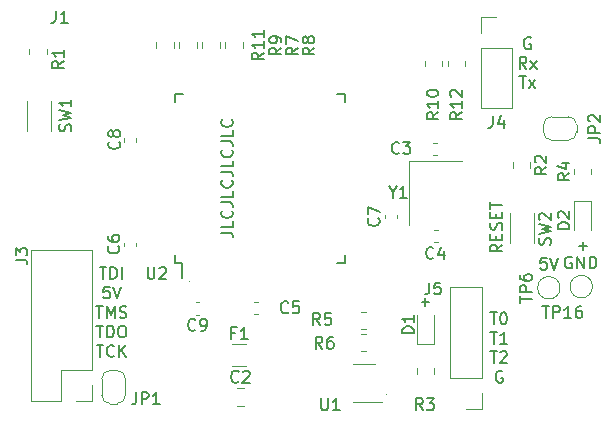
<source format=gbr>
%TF.GenerationSoftware,KiCad,Pcbnew,(5.1.10-1-10_14)*%
%TF.CreationDate,2021-07-23T11:32:30+02:00*%
%TF.ProjectId,WiredSEK,57697265-6453-4454-9b2e-6b696361645f,rev?*%
%TF.SameCoordinates,Original*%
%TF.FileFunction,Legend,Top*%
%TF.FilePolarity,Positive*%
%FSLAX46Y46*%
G04 Gerber Fmt 4.6, Leading zero omitted, Abs format (unit mm)*
G04 Created by KiCad (PCBNEW (5.1.10-1-10_14)) date 2021-07-23 11:32:30*
%MOMM*%
%LPD*%
G01*
G04 APERTURE LIST*
%ADD10C,0.150000*%
%ADD11C,0.120000*%
G04 APERTURE END LIST*
D10*
X102645238Y-69007142D02*
X103254761Y-69007142D01*
X102950000Y-69311904D02*
X102950000Y-68702380D01*
X115995238Y-64257142D02*
X116604761Y-64257142D01*
X116300000Y-64561904D02*
X116300000Y-63952380D01*
D11*
X101400000Y-58300000D02*
G75*
G03*
X101400000Y-58300000I-50000J0D01*
G01*
X83000000Y-67250000D02*
G75*
G03*
X83000000Y-67250000I-50000J0D01*
G01*
X99650000Y-76850000D02*
G75*
G03*
X99650000Y-76850000I-50000J0D01*
G01*
D10*
X85652380Y-63119047D02*
X86366666Y-63119047D01*
X86509523Y-63166666D01*
X86604761Y-63261904D01*
X86652380Y-63404761D01*
X86652380Y-63500000D01*
X86652380Y-62166666D02*
X86652380Y-62642857D01*
X85652380Y-62642857D01*
X86557142Y-61261904D02*
X86604761Y-61309523D01*
X86652380Y-61452380D01*
X86652380Y-61547619D01*
X86604761Y-61690476D01*
X86509523Y-61785714D01*
X86414285Y-61833333D01*
X86223809Y-61880952D01*
X86080952Y-61880952D01*
X85890476Y-61833333D01*
X85795238Y-61785714D01*
X85700000Y-61690476D01*
X85652380Y-61547619D01*
X85652380Y-61452380D01*
X85700000Y-61309523D01*
X85747619Y-61261904D01*
X85652380Y-60547619D02*
X86366666Y-60547619D01*
X86509523Y-60595238D01*
X86604761Y-60690476D01*
X86652380Y-60833333D01*
X86652380Y-60928571D01*
X86652380Y-59595238D02*
X86652380Y-60071428D01*
X85652380Y-60071428D01*
X86557142Y-58690476D02*
X86604761Y-58738095D01*
X86652380Y-58880952D01*
X86652380Y-58976190D01*
X86604761Y-59119047D01*
X86509523Y-59214285D01*
X86414285Y-59261904D01*
X86223809Y-59309523D01*
X86080952Y-59309523D01*
X85890476Y-59261904D01*
X85795238Y-59214285D01*
X85700000Y-59119047D01*
X85652380Y-58976190D01*
X85652380Y-58880952D01*
X85700000Y-58738095D01*
X85747619Y-58690476D01*
X85652380Y-57976190D02*
X86366666Y-57976190D01*
X86509523Y-58023809D01*
X86604761Y-58119047D01*
X86652380Y-58261904D01*
X86652380Y-58357142D01*
X86652380Y-57023809D02*
X86652380Y-57500000D01*
X85652380Y-57500000D01*
X86557142Y-56119047D02*
X86604761Y-56166666D01*
X86652380Y-56309523D01*
X86652380Y-56404761D01*
X86604761Y-56547619D01*
X86509523Y-56642857D01*
X86414285Y-56690476D01*
X86223809Y-56738095D01*
X86080952Y-56738095D01*
X85890476Y-56690476D01*
X85795238Y-56642857D01*
X85700000Y-56547619D01*
X85652380Y-56404761D01*
X85652380Y-56309523D01*
X85700000Y-56166666D01*
X85747619Y-56119047D01*
X85652380Y-55404761D02*
X86366666Y-55404761D01*
X86509523Y-55452380D01*
X86604761Y-55547619D01*
X86652380Y-55690476D01*
X86652380Y-55785714D01*
X86652380Y-54452380D02*
X86652380Y-54928571D01*
X85652380Y-54928571D01*
X86557142Y-53547619D02*
X86604761Y-53595238D01*
X86652380Y-53738095D01*
X86652380Y-53833333D01*
X86604761Y-53976190D01*
X86509523Y-54071428D01*
X86414285Y-54119047D01*
X86223809Y-54166666D01*
X86080952Y-54166666D01*
X85890476Y-54119047D01*
X85795238Y-54071428D01*
X85700000Y-53976190D01*
X85652380Y-53833333D01*
X85652380Y-53738095D01*
X85700000Y-53595238D01*
X85747619Y-53547619D01*
X115338095Y-65200000D02*
X115242857Y-65152380D01*
X115100000Y-65152380D01*
X114957142Y-65200000D01*
X114861904Y-65295238D01*
X114814285Y-65390476D01*
X114766666Y-65580952D01*
X114766666Y-65723809D01*
X114814285Y-65914285D01*
X114861904Y-66009523D01*
X114957142Y-66104761D01*
X115100000Y-66152380D01*
X115195238Y-66152380D01*
X115338095Y-66104761D01*
X115385714Y-66057142D01*
X115385714Y-65723809D01*
X115195238Y-65723809D01*
X115814285Y-66152380D02*
X115814285Y-65152380D01*
X116385714Y-66152380D01*
X116385714Y-65152380D01*
X116861904Y-66152380D02*
X116861904Y-65152380D01*
X117100000Y-65152380D01*
X117242857Y-65200000D01*
X117338095Y-65295238D01*
X117385714Y-65390476D01*
X117433333Y-65580952D01*
X117433333Y-65723809D01*
X117385714Y-65914285D01*
X117338095Y-66009523D01*
X117242857Y-66104761D01*
X117100000Y-66152380D01*
X116861904Y-66152380D01*
X113209523Y-65252380D02*
X112733333Y-65252380D01*
X112685714Y-65728571D01*
X112733333Y-65680952D01*
X112828571Y-65633333D01*
X113066666Y-65633333D01*
X113161904Y-65680952D01*
X113209523Y-65728571D01*
X113257142Y-65823809D01*
X113257142Y-66061904D01*
X113209523Y-66157142D01*
X113161904Y-66204761D01*
X113066666Y-66252380D01*
X112828571Y-66252380D01*
X112733333Y-66204761D01*
X112685714Y-66157142D01*
X113542857Y-65252380D02*
X113876190Y-66252380D01*
X114209523Y-65252380D01*
X75376190Y-66052380D02*
X75947619Y-66052380D01*
X75661904Y-67052380D02*
X75661904Y-66052380D01*
X76280952Y-67052380D02*
X76280952Y-66052380D01*
X76519047Y-66052380D01*
X76661904Y-66100000D01*
X76757142Y-66195238D01*
X76804761Y-66290476D01*
X76852380Y-66480952D01*
X76852380Y-66623809D01*
X76804761Y-66814285D01*
X76757142Y-66909523D01*
X76661904Y-67004761D01*
X76519047Y-67052380D01*
X76280952Y-67052380D01*
X77280952Y-67052380D02*
X77280952Y-66052380D01*
X76209523Y-67702380D02*
X75733333Y-67702380D01*
X75685714Y-68178571D01*
X75733333Y-68130952D01*
X75828571Y-68083333D01*
X76066666Y-68083333D01*
X76161904Y-68130952D01*
X76209523Y-68178571D01*
X76257142Y-68273809D01*
X76257142Y-68511904D01*
X76209523Y-68607142D01*
X76161904Y-68654761D01*
X76066666Y-68702380D01*
X75828571Y-68702380D01*
X75733333Y-68654761D01*
X75685714Y-68607142D01*
X76542857Y-67702380D02*
X76876190Y-68702380D01*
X77209523Y-67702380D01*
X75066666Y-69352380D02*
X75638095Y-69352380D01*
X75352380Y-70352380D02*
X75352380Y-69352380D01*
X75971428Y-70352380D02*
X75971428Y-69352380D01*
X76304761Y-70066666D01*
X76638095Y-69352380D01*
X76638095Y-70352380D01*
X77066666Y-70304761D02*
X77209523Y-70352380D01*
X77447619Y-70352380D01*
X77542857Y-70304761D01*
X77590476Y-70257142D01*
X77638095Y-70161904D01*
X77638095Y-70066666D01*
X77590476Y-69971428D01*
X77542857Y-69923809D01*
X77447619Y-69876190D01*
X77257142Y-69828571D01*
X77161904Y-69780952D01*
X77114285Y-69733333D01*
X77066666Y-69638095D01*
X77066666Y-69542857D01*
X77114285Y-69447619D01*
X77161904Y-69400000D01*
X77257142Y-69352380D01*
X77495238Y-69352380D01*
X77638095Y-69400000D01*
X75090476Y-71002380D02*
X75661904Y-71002380D01*
X75376190Y-72002380D02*
X75376190Y-71002380D01*
X75995238Y-72002380D02*
X75995238Y-71002380D01*
X76233333Y-71002380D01*
X76376190Y-71050000D01*
X76471428Y-71145238D01*
X76519047Y-71240476D01*
X76566666Y-71430952D01*
X76566666Y-71573809D01*
X76519047Y-71764285D01*
X76471428Y-71859523D01*
X76376190Y-71954761D01*
X76233333Y-72002380D01*
X75995238Y-72002380D01*
X77185714Y-71002380D02*
X77376190Y-71002380D01*
X77471428Y-71050000D01*
X77566666Y-71145238D01*
X77614285Y-71335714D01*
X77614285Y-71669047D01*
X77566666Y-71859523D01*
X77471428Y-71954761D01*
X77376190Y-72002380D01*
X77185714Y-72002380D01*
X77090476Y-71954761D01*
X76995238Y-71859523D01*
X76947619Y-71669047D01*
X76947619Y-71335714D01*
X76995238Y-71145238D01*
X77090476Y-71050000D01*
X77185714Y-71002380D01*
X75114285Y-72652380D02*
X75685714Y-72652380D01*
X75400000Y-73652380D02*
X75400000Y-72652380D01*
X76590476Y-73557142D02*
X76542857Y-73604761D01*
X76400000Y-73652380D01*
X76304761Y-73652380D01*
X76161904Y-73604761D01*
X76066666Y-73509523D01*
X76019047Y-73414285D01*
X75971428Y-73223809D01*
X75971428Y-73080952D01*
X76019047Y-72890476D01*
X76066666Y-72795238D01*
X76161904Y-72700000D01*
X76304761Y-72652380D01*
X76400000Y-72652380D01*
X76542857Y-72700000D01*
X76590476Y-72747619D01*
X77019047Y-73652380D02*
X77019047Y-72652380D01*
X77590476Y-73652380D02*
X77161904Y-73080952D01*
X77590476Y-72652380D02*
X77019047Y-73223809D01*
X108438095Y-69877380D02*
X109009523Y-69877380D01*
X108723809Y-70877380D02*
X108723809Y-69877380D01*
X109533333Y-69877380D02*
X109628571Y-69877380D01*
X109723809Y-69925000D01*
X109771428Y-69972619D01*
X109819047Y-70067857D01*
X109866666Y-70258333D01*
X109866666Y-70496428D01*
X109819047Y-70686904D01*
X109771428Y-70782142D01*
X109723809Y-70829761D01*
X109628571Y-70877380D01*
X109533333Y-70877380D01*
X109438095Y-70829761D01*
X109390476Y-70782142D01*
X109342857Y-70686904D01*
X109295238Y-70496428D01*
X109295238Y-70258333D01*
X109342857Y-70067857D01*
X109390476Y-69972619D01*
X109438095Y-69925000D01*
X109533333Y-69877380D01*
X108438095Y-71527380D02*
X109009523Y-71527380D01*
X108723809Y-72527380D02*
X108723809Y-71527380D01*
X109866666Y-72527380D02*
X109295238Y-72527380D01*
X109580952Y-72527380D02*
X109580952Y-71527380D01*
X109485714Y-71670238D01*
X109390476Y-71765476D01*
X109295238Y-71813095D01*
X108438095Y-73177380D02*
X109009523Y-73177380D01*
X108723809Y-74177380D02*
X108723809Y-73177380D01*
X109295238Y-73272619D02*
X109342857Y-73225000D01*
X109438095Y-73177380D01*
X109676190Y-73177380D01*
X109771428Y-73225000D01*
X109819047Y-73272619D01*
X109866666Y-73367857D01*
X109866666Y-73463095D01*
X109819047Y-73605952D01*
X109247619Y-74177380D01*
X109866666Y-74177380D01*
X109461904Y-74875000D02*
X109366666Y-74827380D01*
X109223809Y-74827380D01*
X109080952Y-74875000D01*
X108985714Y-74970238D01*
X108938095Y-75065476D01*
X108890476Y-75255952D01*
X108890476Y-75398809D01*
X108938095Y-75589285D01*
X108985714Y-75684523D01*
X109080952Y-75779761D01*
X109223809Y-75827380D01*
X109319047Y-75827380D01*
X109461904Y-75779761D01*
X109509523Y-75732142D01*
X109509523Y-75398809D01*
X109319047Y-75398809D01*
X111861904Y-46650000D02*
X111766666Y-46602380D01*
X111623809Y-46602380D01*
X111480952Y-46650000D01*
X111385714Y-46745238D01*
X111338095Y-46840476D01*
X111290476Y-47030952D01*
X111290476Y-47173809D01*
X111338095Y-47364285D01*
X111385714Y-47459523D01*
X111480952Y-47554761D01*
X111623809Y-47602380D01*
X111719047Y-47602380D01*
X111861904Y-47554761D01*
X111909523Y-47507142D01*
X111909523Y-47173809D01*
X111719047Y-47173809D01*
X111504761Y-49252380D02*
X111171428Y-48776190D01*
X110933333Y-49252380D02*
X110933333Y-48252380D01*
X111314285Y-48252380D01*
X111409523Y-48300000D01*
X111457142Y-48347619D01*
X111504761Y-48442857D01*
X111504761Y-48585714D01*
X111457142Y-48680952D01*
X111409523Y-48728571D01*
X111314285Y-48776190D01*
X110933333Y-48776190D01*
X111838095Y-49252380D02*
X112361904Y-48585714D01*
X111838095Y-48585714D02*
X112361904Y-49252380D01*
X110909523Y-49902380D02*
X111480952Y-49902380D01*
X111195238Y-50902380D02*
X111195238Y-49902380D01*
X111719047Y-50902380D02*
X112242857Y-50235714D01*
X111719047Y-50235714D02*
X112242857Y-50902380D01*
X109452380Y-64152380D02*
X108976190Y-64485714D01*
X109452380Y-64723809D02*
X108452380Y-64723809D01*
X108452380Y-64342857D01*
X108500000Y-64247619D01*
X108547619Y-64200000D01*
X108642857Y-64152380D01*
X108785714Y-64152380D01*
X108880952Y-64200000D01*
X108928571Y-64247619D01*
X108976190Y-64342857D01*
X108976190Y-64723809D01*
X108928571Y-63723809D02*
X108928571Y-63390476D01*
X109452380Y-63247619D02*
X109452380Y-63723809D01*
X108452380Y-63723809D01*
X108452380Y-63247619D01*
X109404761Y-62866666D02*
X109452380Y-62723809D01*
X109452380Y-62485714D01*
X109404761Y-62390476D01*
X109357142Y-62342857D01*
X109261904Y-62295238D01*
X109166666Y-62295238D01*
X109071428Y-62342857D01*
X109023809Y-62390476D01*
X108976190Y-62485714D01*
X108928571Y-62676190D01*
X108880952Y-62771428D01*
X108833333Y-62819047D01*
X108738095Y-62866666D01*
X108642857Y-62866666D01*
X108547619Y-62819047D01*
X108500000Y-62771428D01*
X108452380Y-62676190D01*
X108452380Y-62438095D01*
X108500000Y-62295238D01*
X108928571Y-61866666D02*
X108928571Y-61533333D01*
X109452380Y-61390476D02*
X109452380Y-61866666D01*
X108452380Y-61866666D01*
X108452380Y-61390476D01*
X108452380Y-61104761D02*
X108452380Y-60533333D01*
X109452380Y-60819047D02*
X108452380Y-60819047D01*
D11*
%TO.C,SW2*%
X110084000Y-61480000D02*
X110084000Y-64020000D01*
X112116000Y-61480000D02*
X112116000Y-64020000D01*
%TO.C,SW1*%
X69184000Y-51980000D02*
X69184000Y-54520000D01*
X71216000Y-51980000D02*
X71216000Y-54520000D01*
%TO.C,C5*%
X88453733Y-68990000D02*
X88746267Y-68990000D01*
X88453733Y-70010000D02*
X88746267Y-70010000D01*
%TO.C,D1*%
X103685000Y-72560000D02*
X103685000Y-70100000D01*
X102215000Y-72560000D02*
X103685000Y-72560000D01*
X102215000Y-70100000D02*
X102215000Y-72560000D01*
D10*
%TO.C,U2*%
X81755000Y-65725000D02*
X82330000Y-65725000D01*
X81755000Y-51375000D02*
X82430000Y-51375000D01*
X96105000Y-51375000D02*
X95430000Y-51375000D01*
X96105000Y-65725000D02*
X95430000Y-65725000D01*
X81755000Y-65725000D02*
X81755000Y-65050000D01*
X96105000Y-65725000D02*
X96105000Y-65050000D01*
X96105000Y-51375000D02*
X96105000Y-52050000D01*
X81755000Y-51375000D02*
X81755000Y-52050000D01*
X82330000Y-65725000D02*
X82330000Y-67000000D01*
D11*
%TO.C,R7*%
X85535000Y-47022936D02*
X85535000Y-47477064D01*
X84065000Y-47022936D02*
X84065000Y-47477064D01*
%TO.C,R11*%
X81635000Y-47022936D02*
X81635000Y-47477064D01*
X80165000Y-47022936D02*
X80165000Y-47477064D01*
%TO.C,J4*%
X107620000Y-52610000D02*
X110280000Y-52610000D01*
X107620000Y-47470000D02*
X107620000Y-52610000D01*
X110280000Y-47470000D02*
X110280000Y-52610000D01*
X107620000Y-47470000D02*
X110280000Y-47470000D01*
X107620000Y-46200000D02*
X107620000Y-44870000D01*
X107620000Y-44870000D02*
X108950000Y-44870000D01*
%TO.C,R12*%
X106335000Y-48572936D02*
X106335000Y-49027064D01*
X104865000Y-48572936D02*
X104865000Y-49027064D01*
%TO.C,R10*%
X104385000Y-48572936D02*
X104385000Y-49027064D01*
X102915000Y-48572936D02*
X102915000Y-49027064D01*
%TO.C,R9*%
X83585000Y-47022936D02*
X83585000Y-47477064D01*
X82115000Y-47022936D02*
X82115000Y-47477064D01*
%TO.C,R8*%
X87485000Y-47022936D02*
X87485000Y-47477064D01*
X86015000Y-47022936D02*
X86015000Y-47477064D01*
%TO.C,JP2*%
X115050000Y-55300000D02*
X113650000Y-55300000D01*
X112950000Y-54600000D02*
X112950000Y-54000000D01*
X113650000Y-53300000D02*
X115050000Y-53300000D01*
X115750000Y-54000000D02*
X115750000Y-54600000D01*
X115750000Y-54600000D02*
G75*
G02*
X115050000Y-55300000I-700000J0D01*
G01*
X115050000Y-53300000D02*
G75*
G02*
X115750000Y-54000000I0J-700000D01*
G01*
X112950000Y-54000000D02*
G75*
G02*
X113650000Y-53300000I700000J0D01*
G01*
X113650000Y-55300000D02*
G75*
G02*
X112950000Y-54600000I0J700000D01*
G01*
%TO.C,D2*%
X115515000Y-60440000D02*
X115515000Y-62900000D01*
X116985000Y-60440000D02*
X115515000Y-60440000D01*
X116985000Y-62900000D02*
X116985000Y-60440000D01*
%TO.C,Y1*%
X106070000Y-57050000D02*
X101570000Y-57050000D01*
X101570000Y-57050000D02*
X101570000Y-62450000D01*
%TO.C,U1*%
X98650000Y-74290000D02*
X96850000Y-74290000D01*
X96850000Y-77510000D02*
X99300000Y-77510000D01*
%TO.C,TP16*%
X117100000Y-67700000D02*
G75*
G03*
X117100000Y-67700000I-950000J0D01*
G01*
%TO.C,TP6*%
X114350000Y-67800000D02*
G75*
G03*
X114350000Y-67800000I-950000J0D01*
G01*
%TO.C,R6*%
X97472936Y-71715000D02*
X97927064Y-71715000D01*
X97472936Y-73185000D02*
X97927064Y-73185000D01*
%TO.C,R5*%
X97472936Y-69815000D02*
X97927064Y-69815000D01*
X97472936Y-71285000D02*
X97927064Y-71285000D01*
%TO.C,R4*%
X115515000Y-58177064D02*
X115515000Y-57722936D01*
X116985000Y-58177064D02*
X116985000Y-57722936D01*
%TO.C,R3*%
X103685000Y-74622936D02*
X103685000Y-75077064D01*
X102215000Y-74622936D02*
X102215000Y-75077064D01*
%TO.C,R2*%
X111835000Y-57172936D02*
X111835000Y-57627064D01*
X110365000Y-57172936D02*
X110365000Y-57627064D01*
%TO.C,R1*%
X70885000Y-47572936D02*
X70885000Y-48027064D01*
X69415000Y-47572936D02*
X69415000Y-48027064D01*
%TO.C,JP1*%
X76850000Y-77600000D02*
X76250000Y-77600000D01*
X77550000Y-75500000D02*
X77550000Y-76900000D01*
X76250000Y-74800000D02*
X76850000Y-74800000D01*
X75550000Y-76900000D02*
X75550000Y-75500000D01*
X76250000Y-77600000D02*
G75*
G02*
X75550000Y-76900000I0J700000D01*
G01*
X77550000Y-76900000D02*
G75*
G02*
X76850000Y-77600000I-700000J0D01*
G01*
X76850000Y-74800000D02*
G75*
G02*
X77550000Y-75500000I0J-700000D01*
G01*
X75550000Y-75500000D02*
G75*
G02*
X76250000Y-74800000I700000J0D01*
G01*
%TO.C,J5*%
X107730000Y-67750000D02*
X105070000Y-67750000D01*
X107730000Y-75430000D02*
X107730000Y-67750000D01*
X105070000Y-75430000D02*
X105070000Y-67750000D01*
X107730000Y-75430000D02*
X105070000Y-75430000D01*
X107730000Y-76700000D02*
X107730000Y-78030000D01*
X107730000Y-78030000D02*
X106400000Y-78030000D01*
%TO.C,J3*%
X74730000Y-64560000D02*
X69530000Y-64560000D01*
X74730000Y-74780000D02*
X74730000Y-64560000D01*
X69530000Y-77380000D02*
X69530000Y-64560000D01*
X74730000Y-74780000D02*
X72130000Y-74780000D01*
X72130000Y-74780000D02*
X72130000Y-77380000D01*
X72130000Y-77380000D02*
X69530000Y-77380000D01*
X74730000Y-76050000D02*
X74730000Y-77380000D01*
X74730000Y-77380000D02*
X73400000Y-77380000D01*
%TO.C,F1*%
X86597936Y-72590000D02*
X87802064Y-72590000D01*
X86597936Y-74410000D02*
X87802064Y-74410000D01*
%TO.C,C9*%
X83796267Y-70060000D02*
X83503733Y-70060000D01*
X83796267Y-69040000D02*
X83503733Y-69040000D01*
%TO.C,C8*%
X77440000Y-55141233D02*
X77440000Y-55433767D01*
X78460000Y-55141233D02*
X78460000Y-55433767D01*
%TO.C,C7*%
X99540000Y-61896267D02*
X99540000Y-61603733D01*
X100560000Y-61896267D02*
X100560000Y-61603733D01*
%TO.C,C6*%
X77440000Y-64296267D02*
X77440000Y-64003733D01*
X78460000Y-64296267D02*
X78460000Y-64003733D01*
%TO.C,C4*%
X103996267Y-62940000D02*
X103703733Y-62940000D01*
X103996267Y-63960000D02*
X103703733Y-63960000D01*
%TO.C,C3*%
X103603733Y-55540000D02*
X103896267Y-55540000D01*
X103603733Y-56560000D02*
X103896267Y-56560000D01*
%TO.C,C2*%
X87038748Y-76315000D02*
X87561252Y-76315000D01*
X87038748Y-77785000D02*
X87561252Y-77785000D01*
%TO.C,SW2*%
D10*
X113504761Y-64133333D02*
X113552380Y-63990476D01*
X113552380Y-63752380D01*
X113504761Y-63657142D01*
X113457142Y-63609523D01*
X113361904Y-63561904D01*
X113266666Y-63561904D01*
X113171428Y-63609523D01*
X113123809Y-63657142D01*
X113076190Y-63752380D01*
X113028571Y-63942857D01*
X112980952Y-64038095D01*
X112933333Y-64085714D01*
X112838095Y-64133333D01*
X112742857Y-64133333D01*
X112647619Y-64085714D01*
X112600000Y-64038095D01*
X112552380Y-63942857D01*
X112552380Y-63704761D01*
X112600000Y-63561904D01*
X112552380Y-63228571D02*
X113552380Y-62990476D01*
X112838095Y-62800000D01*
X113552380Y-62609523D01*
X112552380Y-62371428D01*
X112647619Y-62038095D02*
X112600000Y-61990476D01*
X112552380Y-61895238D01*
X112552380Y-61657142D01*
X112600000Y-61561904D01*
X112647619Y-61514285D01*
X112742857Y-61466666D01*
X112838095Y-61466666D01*
X112980952Y-61514285D01*
X113552380Y-62085714D01*
X113552380Y-61466666D01*
%TO.C,SW1*%
X72904761Y-54533333D02*
X72952380Y-54390476D01*
X72952380Y-54152380D01*
X72904761Y-54057142D01*
X72857142Y-54009523D01*
X72761904Y-53961904D01*
X72666666Y-53961904D01*
X72571428Y-54009523D01*
X72523809Y-54057142D01*
X72476190Y-54152380D01*
X72428571Y-54342857D01*
X72380952Y-54438095D01*
X72333333Y-54485714D01*
X72238095Y-54533333D01*
X72142857Y-54533333D01*
X72047619Y-54485714D01*
X72000000Y-54438095D01*
X71952380Y-54342857D01*
X71952380Y-54104761D01*
X72000000Y-53961904D01*
X71952380Y-53628571D02*
X72952380Y-53390476D01*
X72238095Y-53200000D01*
X72952380Y-53009523D01*
X71952380Y-52771428D01*
X72952380Y-51866666D02*
X72952380Y-52438095D01*
X72952380Y-52152380D02*
X71952380Y-52152380D01*
X72095238Y-52247619D01*
X72190476Y-52342857D01*
X72238095Y-52438095D01*
%TO.C,C5*%
X91333333Y-69857142D02*
X91285714Y-69904761D01*
X91142857Y-69952380D01*
X91047619Y-69952380D01*
X90904761Y-69904761D01*
X90809523Y-69809523D01*
X90761904Y-69714285D01*
X90714285Y-69523809D01*
X90714285Y-69380952D01*
X90761904Y-69190476D01*
X90809523Y-69095238D01*
X90904761Y-69000000D01*
X91047619Y-68952380D01*
X91142857Y-68952380D01*
X91285714Y-69000000D01*
X91333333Y-69047619D01*
X92238095Y-68952380D02*
X91761904Y-68952380D01*
X91714285Y-69428571D01*
X91761904Y-69380952D01*
X91857142Y-69333333D01*
X92095238Y-69333333D01*
X92190476Y-69380952D01*
X92238095Y-69428571D01*
X92285714Y-69523809D01*
X92285714Y-69761904D01*
X92238095Y-69857142D01*
X92190476Y-69904761D01*
X92095238Y-69952380D01*
X91857142Y-69952380D01*
X91761904Y-69904761D01*
X91714285Y-69857142D01*
%TO.C,D1*%
X101972380Y-71638095D02*
X100972380Y-71638095D01*
X100972380Y-71400000D01*
X101020000Y-71257142D01*
X101115238Y-71161904D01*
X101210476Y-71114285D01*
X101400952Y-71066666D01*
X101543809Y-71066666D01*
X101734285Y-71114285D01*
X101829523Y-71161904D01*
X101924761Y-71257142D01*
X101972380Y-71400000D01*
X101972380Y-71638095D01*
X101972380Y-70114285D02*
X101972380Y-70685714D01*
X101972380Y-70400000D02*
X100972380Y-70400000D01*
X101115238Y-70495238D01*
X101210476Y-70590476D01*
X101258095Y-70685714D01*
%TO.C,U2*%
X79438095Y-66052380D02*
X79438095Y-66861904D01*
X79485714Y-66957142D01*
X79533333Y-67004761D01*
X79628571Y-67052380D01*
X79819047Y-67052380D01*
X79914285Y-67004761D01*
X79961904Y-66957142D01*
X80009523Y-66861904D01*
X80009523Y-66052380D01*
X80438095Y-66147619D02*
X80485714Y-66100000D01*
X80580952Y-66052380D01*
X80819047Y-66052380D01*
X80914285Y-66100000D01*
X80961904Y-66147619D01*
X81009523Y-66242857D01*
X81009523Y-66338095D01*
X80961904Y-66480952D01*
X80390476Y-67052380D01*
X81009523Y-67052380D01*
%TO.C,R7*%
X92152380Y-47466666D02*
X91676190Y-47800000D01*
X92152380Y-48038095D02*
X91152380Y-48038095D01*
X91152380Y-47657142D01*
X91200000Y-47561904D01*
X91247619Y-47514285D01*
X91342857Y-47466666D01*
X91485714Y-47466666D01*
X91580952Y-47514285D01*
X91628571Y-47561904D01*
X91676190Y-47657142D01*
X91676190Y-48038095D01*
X91152380Y-47133333D02*
X91152380Y-46466666D01*
X92152380Y-46895238D01*
%TO.C,R11*%
X89252380Y-47892857D02*
X88776190Y-48226190D01*
X89252380Y-48464285D02*
X88252380Y-48464285D01*
X88252380Y-48083333D01*
X88300000Y-47988095D01*
X88347619Y-47940476D01*
X88442857Y-47892857D01*
X88585714Y-47892857D01*
X88680952Y-47940476D01*
X88728571Y-47988095D01*
X88776190Y-48083333D01*
X88776190Y-48464285D01*
X89252380Y-46940476D02*
X89252380Y-47511904D01*
X89252380Y-47226190D02*
X88252380Y-47226190D01*
X88395238Y-47321428D01*
X88490476Y-47416666D01*
X88538095Y-47511904D01*
X89252380Y-45988095D02*
X89252380Y-46559523D01*
X89252380Y-46273809D02*
X88252380Y-46273809D01*
X88395238Y-46369047D01*
X88490476Y-46464285D01*
X88538095Y-46559523D01*
%TO.C,J1*%
X71666666Y-44352380D02*
X71666666Y-45066666D01*
X71619047Y-45209523D01*
X71523809Y-45304761D01*
X71380952Y-45352380D01*
X71285714Y-45352380D01*
X72666666Y-45352380D02*
X72095238Y-45352380D01*
X72380952Y-45352380D02*
X72380952Y-44352380D01*
X72285714Y-44495238D01*
X72190476Y-44590476D01*
X72095238Y-44638095D01*
%TO.C,J4*%
X108666666Y-53252380D02*
X108666666Y-53966666D01*
X108619047Y-54109523D01*
X108523809Y-54204761D01*
X108380952Y-54252380D01*
X108285714Y-54252380D01*
X109571428Y-53585714D02*
X109571428Y-54252380D01*
X109333333Y-53204761D02*
X109095238Y-53919047D01*
X109714285Y-53919047D01*
%TO.C,R12*%
X106052380Y-52942857D02*
X105576190Y-53276190D01*
X106052380Y-53514285D02*
X105052380Y-53514285D01*
X105052380Y-53133333D01*
X105100000Y-53038095D01*
X105147619Y-52990476D01*
X105242857Y-52942857D01*
X105385714Y-52942857D01*
X105480952Y-52990476D01*
X105528571Y-53038095D01*
X105576190Y-53133333D01*
X105576190Y-53514285D01*
X106052380Y-51990476D02*
X106052380Y-52561904D01*
X106052380Y-52276190D02*
X105052380Y-52276190D01*
X105195238Y-52371428D01*
X105290476Y-52466666D01*
X105338095Y-52561904D01*
X105147619Y-51609523D02*
X105100000Y-51561904D01*
X105052380Y-51466666D01*
X105052380Y-51228571D01*
X105100000Y-51133333D01*
X105147619Y-51085714D01*
X105242857Y-51038095D01*
X105338095Y-51038095D01*
X105480952Y-51085714D01*
X106052380Y-51657142D01*
X106052380Y-51038095D01*
%TO.C,R10*%
X104052380Y-52942857D02*
X103576190Y-53276190D01*
X104052380Y-53514285D02*
X103052380Y-53514285D01*
X103052380Y-53133333D01*
X103100000Y-53038095D01*
X103147619Y-52990476D01*
X103242857Y-52942857D01*
X103385714Y-52942857D01*
X103480952Y-52990476D01*
X103528571Y-53038095D01*
X103576190Y-53133333D01*
X103576190Y-53514285D01*
X104052380Y-51990476D02*
X104052380Y-52561904D01*
X104052380Y-52276190D02*
X103052380Y-52276190D01*
X103195238Y-52371428D01*
X103290476Y-52466666D01*
X103338095Y-52561904D01*
X103052380Y-51371428D02*
X103052380Y-51276190D01*
X103100000Y-51180952D01*
X103147619Y-51133333D01*
X103242857Y-51085714D01*
X103433333Y-51038095D01*
X103671428Y-51038095D01*
X103861904Y-51085714D01*
X103957142Y-51133333D01*
X104004761Y-51180952D01*
X104052380Y-51276190D01*
X104052380Y-51371428D01*
X104004761Y-51466666D01*
X103957142Y-51514285D01*
X103861904Y-51561904D01*
X103671428Y-51609523D01*
X103433333Y-51609523D01*
X103242857Y-51561904D01*
X103147619Y-51514285D01*
X103100000Y-51466666D01*
X103052380Y-51371428D01*
%TO.C,R9*%
X90752380Y-47466666D02*
X90276190Y-47800000D01*
X90752380Y-48038095D02*
X89752380Y-48038095D01*
X89752380Y-47657142D01*
X89800000Y-47561904D01*
X89847619Y-47514285D01*
X89942857Y-47466666D01*
X90085714Y-47466666D01*
X90180952Y-47514285D01*
X90228571Y-47561904D01*
X90276190Y-47657142D01*
X90276190Y-48038095D01*
X90752380Y-46990476D02*
X90752380Y-46800000D01*
X90704761Y-46704761D01*
X90657142Y-46657142D01*
X90514285Y-46561904D01*
X90323809Y-46514285D01*
X89942857Y-46514285D01*
X89847619Y-46561904D01*
X89800000Y-46609523D01*
X89752380Y-46704761D01*
X89752380Y-46895238D01*
X89800000Y-46990476D01*
X89847619Y-47038095D01*
X89942857Y-47085714D01*
X90180952Y-47085714D01*
X90276190Y-47038095D01*
X90323809Y-46990476D01*
X90371428Y-46895238D01*
X90371428Y-46704761D01*
X90323809Y-46609523D01*
X90276190Y-46561904D01*
X90180952Y-46514285D01*
%TO.C,R8*%
X93552380Y-47466666D02*
X93076190Y-47800000D01*
X93552380Y-48038095D02*
X92552380Y-48038095D01*
X92552380Y-47657142D01*
X92600000Y-47561904D01*
X92647619Y-47514285D01*
X92742857Y-47466666D01*
X92885714Y-47466666D01*
X92980952Y-47514285D01*
X93028571Y-47561904D01*
X93076190Y-47657142D01*
X93076190Y-48038095D01*
X92980952Y-46895238D02*
X92933333Y-46990476D01*
X92885714Y-47038095D01*
X92790476Y-47085714D01*
X92742857Y-47085714D01*
X92647619Y-47038095D01*
X92600000Y-46990476D01*
X92552380Y-46895238D01*
X92552380Y-46704761D01*
X92600000Y-46609523D01*
X92647619Y-46561904D01*
X92742857Y-46514285D01*
X92790476Y-46514285D01*
X92885714Y-46561904D01*
X92933333Y-46609523D01*
X92980952Y-46704761D01*
X92980952Y-46895238D01*
X93028571Y-46990476D01*
X93076190Y-47038095D01*
X93171428Y-47085714D01*
X93361904Y-47085714D01*
X93457142Y-47038095D01*
X93504761Y-46990476D01*
X93552380Y-46895238D01*
X93552380Y-46704761D01*
X93504761Y-46609523D01*
X93457142Y-46561904D01*
X93361904Y-46514285D01*
X93171428Y-46514285D01*
X93076190Y-46561904D01*
X93028571Y-46609523D01*
X92980952Y-46704761D01*
%TO.C,JP2*%
X116752380Y-55133333D02*
X117466666Y-55133333D01*
X117609523Y-55180952D01*
X117704761Y-55276190D01*
X117752380Y-55419047D01*
X117752380Y-55514285D01*
X117752380Y-54657142D02*
X116752380Y-54657142D01*
X116752380Y-54276190D01*
X116800000Y-54180952D01*
X116847619Y-54133333D01*
X116942857Y-54085714D01*
X117085714Y-54085714D01*
X117180952Y-54133333D01*
X117228571Y-54180952D01*
X117276190Y-54276190D01*
X117276190Y-54657142D01*
X116847619Y-53704761D02*
X116800000Y-53657142D01*
X116752380Y-53561904D01*
X116752380Y-53323809D01*
X116800000Y-53228571D01*
X116847619Y-53180952D01*
X116942857Y-53133333D01*
X117038095Y-53133333D01*
X117180952Y-53180952D01*
X117752380Y-53752380D01*
X117752380Y-53133333D01*
%TO.C,D2*%
X115152380Y-62838095D02*
X114152380Y-62838095D01*
X114152380Y-62600000D01*
X114200000Y-62457142D01*
X114295238Y-62361904D01*
X114390476Y-62314285D01*
X114580952Y-62266666D01*
X114723809Y-62266666D01*
X114914285Y-62314285D01*
X115009523Y-62361904D01*
X115104761Y-62457142D01*
X115152380Y-62600000D01*
X115152380Y-62838095D01*
X114247619Y-61885714D02*
X114200000Y-61838095D01*
X114152380Y-61742857D01*
X114152380Y-61504761D01*
X114200000Y-61409523D01*
X114247619Y-61361904D01*
X114342857Y-61314285D01*
X114438095Y-61314285D01*
X114580952Y-61361904D01*
X115152380Y-61933333D01*
X115152380Y-61314285D01*
%TO.C,Y1*%
X100173809Y-59696190D02*
X100173809Y-60172380D01*
X99840476Y-59172380D02*
X100173809Y-59696190D01*
X100507142Y-59172380D01*
X101364285Y-60172380D02*
X100792857Y-60172380D01*
X101078571Y-60172380D02*
X101078571Y-59172380D01*
X100983333Y-59315238D01*
X100888095Y-59410476D01*
X100792857Y-59458095D01*
%TO.C,U1*%
X94138095Y-77152380D02*
X94138095Y-77961904D01*
X94185714Y-78057142D01*
X94233333Y-78104761D01*
X94328571Y-78152380D01*
X94519047Y-78152380D01*
X94614285Y-78104761D01*
X94661904Y-78057142D01*
X94709523Y-77961904D01*
X94709523Y-77152380D01*
X95709523Y-78152380D02*
X95138095Y-78152380D01*
X95423809Y-78152380D02*
X95423809Y-77152380D01*
X95328571Y-77295238D01*
X95233333Y-77390476D01*
X95138095Y-77438095D01*
%TO.C,TP16*%
X112861904Y-69352380D02*
X113433333Y-69352380D01*
X113147619Y-70352380D02*
X113147619Y-69352380D01*
X113766666Y-70352380D02*
X113766666Y-69352380D01*
X114147619Y-69352380D01*
X114242857Y-69400000D01*
X114290476Y-69447619D01*
X114338095Y-69542857D01*
X114338095Y-69685714D01*
X114290476Y-69780952D01*
X114242857Y-69828571D01*
X114147619Y-69876190D01*
X113766666Y-69876190D01*
X115290476Y-70352380D02*
X114719047Y-70352380D01*
X115004761Y-70352380D02*
X115004761Y-69352380D01*
X114909523Y-69495238D01*
X114814285Y-69590476D01*
X114719047Y-69638095D01*
X116147619Y-69352380D02*
X115957142Y-69352380D01*
X115861904Y-69400000D01*
X115814285Y-69447619D01*
X115719047Y-69590476D01*
X115671428Y-69780952D01*
X115671428Y-70161904D01*
X115719047Y-70257142D01*
X115766666Y-70304761D01*
X115861904Y-70352380D01*
X116052380Y-70352380D01*
X116147619Y-70304761D01*
X116195238Y-70257142D01*
X116242857Y-70161904D01*
X116242857Y-69923809D01*
X116195238Y-69828571D01*
X116147619Y-69780952D01*
X116052380Y-69733333D01*
X115861904Y-69733333D01*
X115766666Y-69780952D01*
X115719047Y-69828571D01*
X115671428Y-69923809D01*
%TO.C,TP6*%
X110952380Y-69061904D02*
X110952380Y-68490476D01*
X111952380Y-68776190D02*
X110952380Y-68776190D01*
X111952380Y-68157142D02*
X110952380Y-68157142D01*
X110952380Y-67776190D01*
X111000000Y-67680952D01*
X111047619Y-67633333D01*
X111142857Y-67585714D01*
X111285714Y-67585714D01*
X111380952Y-67633333D01*
X111428571Y-67680952D01*
X111476190Y-67776190D01*
X111476190Y-68157142D01*
X110952380Y-66728571D02*
X110952380Y-66919047D01*
X111000000Y-67014285D01*
X111047619Y-67061904D01*
X111190476Y-67157142D01*
X111380952Y-67204761D01*
X111761904Y-67204761D01*
X111857142Y-67157142D01*
X111904761Y-67109523D01*
X111952380Y-67014285D01*
X111952380Y-66823809D01*
X111904761Y-66728571D01*
X111857142Y-66680952D01*
X111761904Y-66633333D01*
X111523809Y-66633333D01*
X111428571Y-66680952D01*
X111380952Y-66728571D01*
X111333333Y-66823809D01*
X111333333Y-67014285D01*
X111380952Y-67109523D01*
X111428571Y-67157142D01*
X111523809Y-67204761D01*
%TO.C,R6*%
X94233333Y-72952380D02*
X93900000Y-72476190D01*
X93661904Y-72952380D02*
X93661904Y-71952380D01*
X94042857Y-71952380D01*
X94138095Y-72000000D01*
X94185714Y-72047619D01*
X94233333Y-72142857D01*
X94233333Y-72285714D01*
X94185714Y-72380952D01*
X94138095Y-72428571D01*
X94042857Y-72476190D01*
X93661904Y-72476190D01*
X95090476Y-71952380D02*
X94900000Y-71952380D01*
X94804761Y-72000000D01*
X94757142Y-72047619D01*
X94661904Y-72190476D01*
X94614285Y-72380952D01*
X94614285Y-72761904D01*
X94661904Y-72857142D01*
X94709523Y-72904761D01*
X94804761Y-72952380D01*
X94995238Y-72952380D01*
X95090476Y-72904761D01*
X95138095Y-72857142D01*
X95185714Y-72761904D01*
X95185714Y-72523809D01*
X95138095Y-72428571D01*
X95090476Y-72380952D01*
X94995238Y-72333333D01*
X94804761Y-72333333D01*
X94709523Y-72380952D01*
X94661904Y-72428571D01*
X94614285Y-72523809D01*
%TO.C,R5*%
X94033333Y-70952380D02*
X93700000Y-70476190D01*
X93461904Y-70952380D02*
X93461904Y-69952380D01*
X93842857Y-69952380D01*
X93938095Y-70000000D01*
X93985714Y-70047619D01*
X94033333Y-70142857D01*
X94033333Y-70285714D01*
X93985714Y-70380952D01*
X93938095Y-70428571D01*
X93842857Y-70476190D01*
X93461904Y-70476190D01*
X94938095Y-69952380D02*
X94461904Y-69952380D01*
X94414285Y-70428571D01*
X94461904Y-70380952D01*
X94557142Y-70333333D01*
X94795238Y-70333333D01*
X94890476Y-70380952D01*
X94938095Y-70428571D01*
X94985714Y-70523809D01*
X94985714Y-70761904D01*
X94938095Y-70857142D01*
X94890476Y-70904761D01*
X94795238Y-70952380D01*
X94557142Y-70952380D01*
X94461904Y-70904761D01*
X94414285Y-70857142D01*
%TO.C,R4*%
X115152380Y-58116666D02*
X114676190Y-58450000D01*
X115152380Y-58688095D02*
X114152380Y-58688095D01*
X114152380Y-58307142D01*
X114200000Y-58211904D01*
X114247619Y-58164285D01*
X114342857Y-58116666D01*
X114485714Y-58116666D01*
X114580952Y-58164285D01*
X114628571Y-58211904D01*
X114676190Y-58307142D01*
X114676190Y-58688095D01*
X114485714Y-57259523D02*
X115152380Y-57259523D01*
X114104761Y-57497619D02*
X114819047Y-57735714D01*
X114819047Y-57116666D01*
%TO.C,R3*%
X102733333Y-78152380D02*
X102400000Y-77676190D01*
X102161904Y-78152380D02*
X102161904Y-77152380D01*
X102542857Y-77152380D01*
X102638095Y-77200000D01*
X102685714Y-77247619D01*
X102733333Y-77342857D01*
X102733333Y-77485714D01*
X102685714Y-77580952D01*
X102638095Y-77628571D01*
X102542857Y-77676190D01*
X102161904Y-77676190D01*
X103066666Y-77152380D02*
X103685714Y-77152380D01*
X103352380Y-77533333D01*
X103495238Y-77533333D01*
X103590476Y-77580952D01*
X103638095Y-77628571D01*
X103685714Y-77723809D01*
X103685714Y-77961904D01*
X103638095Y-78057142D01*
X103590476Y-78104761D01*
X103495238Y-78152380D01*
X103209523Y-78152380D01*
X103114285Y-78104761D01*
X103066666Y-78057142D01*
%TO.C,R2*%
X113202380Y-57566666D02*
X112726190Y-57900000D01*
X113202380Y-58138095D02*
X112202380Y-58138095D01*
X112202380Y-57757142D01*
X112250000Y-57661904D01*
X112297619Y-57614285D01*
X112392857Y-57566666D01*
X112535714Y-57566666D01*
X112630952Y-57614285D01*
X112678571Y-57661904D01*
X112726190Y-57757142D01*
X112726190Y-58138095D01*
X112297619Y-57185714D02*
X112250000Y-57138095D01*
X112202380Y-57042857D01*
X112202380Y-56804761D01*
X112250000Y-56709523D01*
X112297619Y-56661904D01*
X112392857Y-56614285D01*
X112488095Y-56614285D01*
X112630952Y-56661904D01*
X113202380Y-57233333D01*
X113202380Y-56614285D01*
%TO.C,R1*%
X72352380Y-48616666D02*
X71876190Y-48950000D01*
X72352380Y-49188095D02*
X71352380Y-49188095D01*
X71352380Y-48807142D01*
X71400000Y-48711904D01*
X71447619Y-48664285D01*
X71542857Y-48616666D01*
X71685714Y-48616666D01*
X71780952Y-48664285D01*
X71828571Y-48711904D01*
X71876190Y-48807142D01*
X71876190Y-49188095D01*
X72352380Y-47664285D02*
X72352380Y-48235714D01*
X72352380Y-47950000D02*
X71352380Y-47950000D01*
X71495238Y-48045238D01*
X71590476Y-48140476D01*
X71638095Y-48235714D01*
%TO.C,JP1*%
X78466666Y-76652380D02*
X78466666Y-77366666D01*
X78419047Y-77509523D01*
X78323809Y-77604761D01*
X78180952Y-77652380D01*
X78085714Y-77652380D01*
X78942857Y-77652380D02*
X78942857Y-76652380D01*
X79323809Y-76652380D01*
X79419047Y-76700000D01*
X79466666Y-76747619D01*
X79514285Y-76842857D01*
X79514285Y-76985714D01*
X79466666Y-77080952D01*
X79419047Y-77128571D01*
X79323809Y-77176190D01*
X78942857Y-77176190D01*
X80466666Y-77652380D02*
X79895238Y-77652380D01*
X80180952Y-77652380D02*
X80180952Y-76652380D01*
X80085714Y-76795238D01*
X79990476Y-76890476D01*
X79895238Y-76938095D01*
%TO.C,J5*%
X103266666Y-67352380D02*
X103266666Y-68066666D01*
X103219047Y-68209523D01*
X103123809Y-68304761D01*
X102980952Y-68352380D01*
X102885714Y-68352380D01*
X104219047Y-67352380D02*
X103742857Y-67352380D01*
X103695238Y-67828571D01*
X103742857Y-67780952D01*
X103838095Y-67733333D01*
X104076190Y-67733333D01*
X104171428Y-67780952D01*
X104219047Y-67828571D01*
X104266666Y-67923809D01*
X104266666Y-68161904D01*
X104219047Y-68257142D01*
X104171428Y-68304761D01*
X104076190Y-68352380D01*
X103838095Y-68352380D01*
X103742857Y-68304761D01*
X103695238Y-68257142D01*
%TO.C,J3*%
X68252380Y-65433333D02*
X68966666Y-65433333D01*
X69109523Y-65480952D01*
X69204761Y-65576190D01*
X69252380Y-65719047D01*
X69252380Y-65814285D01*
X68252380Y-65052380D02*
X68252380Y-64433333D01*
X68633333Y-64766666D01*
X68633333Y-64623809D01*
X68680952Y-64528571D01*
X68728571Y-64480952D01*
X68823809Y-64433333D01*
X69061904Y-64433333D01*
X69157142Y-64480952D01*
X69204761Y-64528571D01*
X69252380Y-64623809D01*
X69252380Y-64909523D01*
X69204761Y-65004761D01*
X69157142Y-65052380D01*
%TO.C,F1*%
X86866666Y-71608571D02*
X86533333Y-71608571D01*
X86533333Y-72132380D02*
X86533333Y-71132380D01*
X87009523Y-71132380D01*
X87914285Y-72132380D02*
X87342857Y-72132380D01*
X87628571Y-72132380D02*
X87628571Y-71132380D01*
X87533333Y-71275238D01*
X87438095Y-71370476D01*
X87342857Y-71418095D01*
%TO.C,C9*%
X83483333Y-71337142D02*
X83435714Y-71384761D01*
X83292857Y-71432380D01*
X83197619Y-71432380D01*
X83054761Y-71384761D01*
X82959523Y-71289523D01*
X82911904Y-71194285D01*
X82864285Y-71003809D01*
X82864285Y-70860952D01*
X82911904Y-70670476D01*
X82959523Y-70575238D01*
X83054761Y-70480000D01*
X83197619Y-70432380D01*
X83292857Y-70432380D01*
X83435714Y-70480000D01*
X83483333Y-70527619D01*
X83959523Y-71432380D02*
X84150000Y-71432380D01*
X84245238Y-71384761D01*
X84292857Y-71337142D01*
X84388095Y-71194285D01*
X84435714Y-71003809D01*
X84435714Y-70622857D01*
X84388095Y-70527619D01*
X84340476Y-70480000D01*
X84245238Y-70432380D01*
X84054761Y-70432380D01*
X83959523Y-70480000D01*
X83911904Y-70527619D01*
X83864285Y-70622857D01*
X83864285Y-70860952D01*
X83911904Y-70956190D01*
X83959523Y-71003809D01*
X84054761Y-71051428D01*
X84245238Y-71051428D01*
X84340476Y-71003809D01*
X84388095Y-70956190D01*
X84435714Y-70860952D01*
%TO.C,C8*%
X77007142Y-55416666D02*
X77054761Y-55464285D01*
X77102380Y-55607142D01*
X77102380Y-55702380D01*
X77054761Y-55845238D01*
X76959523Y-55940476D01*
X76864285Y-55988095D01*
X76673809Y-56035714D01*
X76530952Y-56035714D01*
X76340476Y-55988095D01*
X76245238Y-55940476D01*
X76150000Y-55845238D01*
X76102380Y-55702380D01*
X76102380Y-55607142D01*
X76150000Y-55464285D01*
X76197619Y-55416666D01*
X76530952Y-54845238D02*
X76483333Y-54940476D01*
X76435714Y-54988095D01*
X76340476Y-55035714D01*
X76292857Y-55035714D01*
X76197619Y-54988095D01*
X76150000Y-54940476D01*
X76102380Y-54845238D01*
X76102380Y-54654761D01*
X76150000Y-54559523D01*
X76197619Y-54511904D01*
X76292857Y-54464285D01*
X76340476Y-54464285D01*
X76435714Y-54511904D01*
X76483333Y-54559523D01*
X76530952Y-54654761D01*
X76530952Y-54845238D01*
X76578571Y-54940476D01*
X76626190Y-54988095D01*
X76721428Y-55035714D01*
X76911904Y-55035714D01*
X77007142Y-54988095D01*
X77054761Y-54940476D01*
X77102380Y-54845238D01*
X77102380Y-54654761D01*
X77054761Y-54559523D01*
X77007142Y-54511904D01*
X76911904Y-54464285D01*
X76721428Y-54464285D01*
X76626190Y-54511904D01*
X76578571Y-54559523D01*
X76530952Y-54654761D01*
%TO.C,C7*%
X98977142Y-61916666D02*
X99024761Y-61964285D01*
X99072380Y-62107142D01*
X99072380Y-62202380D01*
X99024761Y-62345238D01*
X98929523Y-62440476D01*
X98834285Y-62488095D01*
X98643809Y-62535714D01*
X98500952Y-62535714D01*
X98310476Y-62488095D01*
X98215238Y-62440476D01*
X98120000Y-62345238D01*
X98072380Y-62202380D01*
X98072380Y-62107142D01*
X98120000Y-61964285D01*
X98167619Y-61916666D01*
X98072380Y-61583333D02*
X98072380Y-60916666D01*
X99072380Y-61345238D01*
%TO.C,C6*%
X76957142Y-64266666D02*
X77004761Y-64314285D01*
X77052380Y-64457142D01*
X77052380Y-64552380D01*
X77004761Y-64695238D01*
X76909523Y-64790476D01*
X76814285Y-64838095D01*
X76623809Y-64885714D01*
X76480952Y-64885714D01*
X76290476Y-64838095D01*
X76195238Y-64790476D01*
X76100000Y-64695238D01*
X76052380Y-64552380D01*
X76052380Y-64457142D01*
X76100000Y-64314285D01*
X76147619Y-64266666D01*
X76052380Y-63409523D02*
X76052380Y-63600000D01*
X76100000Y-63695238D01*
X76147619Y-63742857D01*
X76290476Y-63838095D01*
X76480952Y-63885714D01*
X76861904Y-63885714D01*
X76957142Y-63838095D01*
X77004761Y-63790476D01*
X77052380Y-63695238D01*
X77052380Y-63504761D01*
X77004761Y-63409523D01*
X76957142Y-63361904D01*
X76861904Y-63314285D01*
X76623809Y-63314285D01*
X76528571Y-63361904D01*
X76480952Y-63409523D01*
X76433333Y-63504761D01*
X76433333Y-63695238D01*
X76480952Y-63790476D01*
X76528571Y-63838095D01*
X76623809Y-63885714D01*
%TO.C,C4*%
X103633333Y-65257142D02*
X103585714Y-65304761D01*
X103442857Y-65352380D01*
X103347619Y-65352380D01*
X103204761Y-65304761D01*
X103109523Y-65209523D01*
X103061904Y-65114285D01*
X103014285Y-64923809D01*
X103014285Y-64780952D01*
X103061904Y-64590476D01*
X103109523Y-64495238D01*
X103204761Y-64400000D01*
X103347619Y-64352380D01*
X103442857Y-64352380D01*
X103585714Y-64400000D01*
X103633333Y-64447619D01*
X104490476Y-64685714D02*
X104490476Y-65352380D01*
X104252380Y-64304761D02*
X104014285Y-65019047D01*
X104633333Y-65019047D01*
%TO.C,C3*%
X100733333Y-56357142D02*
X100685714Y-56404761D01*
X100542857Y-56452380D01*
X100447619Y-56452380D01*
X100304761Y-56404761D01*
X100209523Y-56309523D01*
X100161904Y-56214285D01*
X100114285Y-56023809D01*
X100114285Y-55880952D01*
X100161904Y-55690476D01*
X100209523Y-55595238D01*
X100304761Y-55500000D01*
X100447619Y-55452380D01*
X100542857Y-55452380D01*
X100685714Y-55500000D01*
X100733333Y-55547619D01*
X101066666Y-55452380D02*
X101685714Y-55452380D01*
X101352380Y-55833333D01*
X101495238Y-55833333D01*
X101590476Y-55880952D01*
X101638095Y-55928571D01*
X101685714Y-56023809D01*
X101685714Y-56261904D01*
X101638095Y-56357142D01*
X101590476Y-56404761D01*
X101495238Y-56452380D01*
X101209523Y-56452380D01*
X101114285Y-56404761D01*
X101066666Y-56357142D01*
%TO.C,C2*%
X87133333Y-75727142D02*
X87085714Y-75774761D01*
X86942857Y-75822380D01*
X86847619Y-75822380D01*
X86704761Y-75774761D01*
X86609523Y-75679523D01*
X86561904Y-75584285D01*
X86514285Y-75393809D01*
X86514285Y-75250952D01*
X86561904Y-75060476D01*
X86609523Y-74965238D01*
X86704761Y-74870000D01*
X86847619Y-74822380D01*
X86942857Y-74822380D01*
X87085714Y-74870000D01*
X87133333Y-74917619D01*
X87514285Y-74917619D02*
X87561904Y-74870000D01*
X87657142Y-74822380D01*
X87895238Y-74822380D01*
X87990476Y-74870000D01*
X88038095Y-74917619D01*
X88085714Y-75012857D01*
X88085714Y-75108095D01*
X88038095Y-75250952D01*
X87466666Y-75822380D01*
X88085714Y-75822380D01*
%TD*%
M02*

</source>
